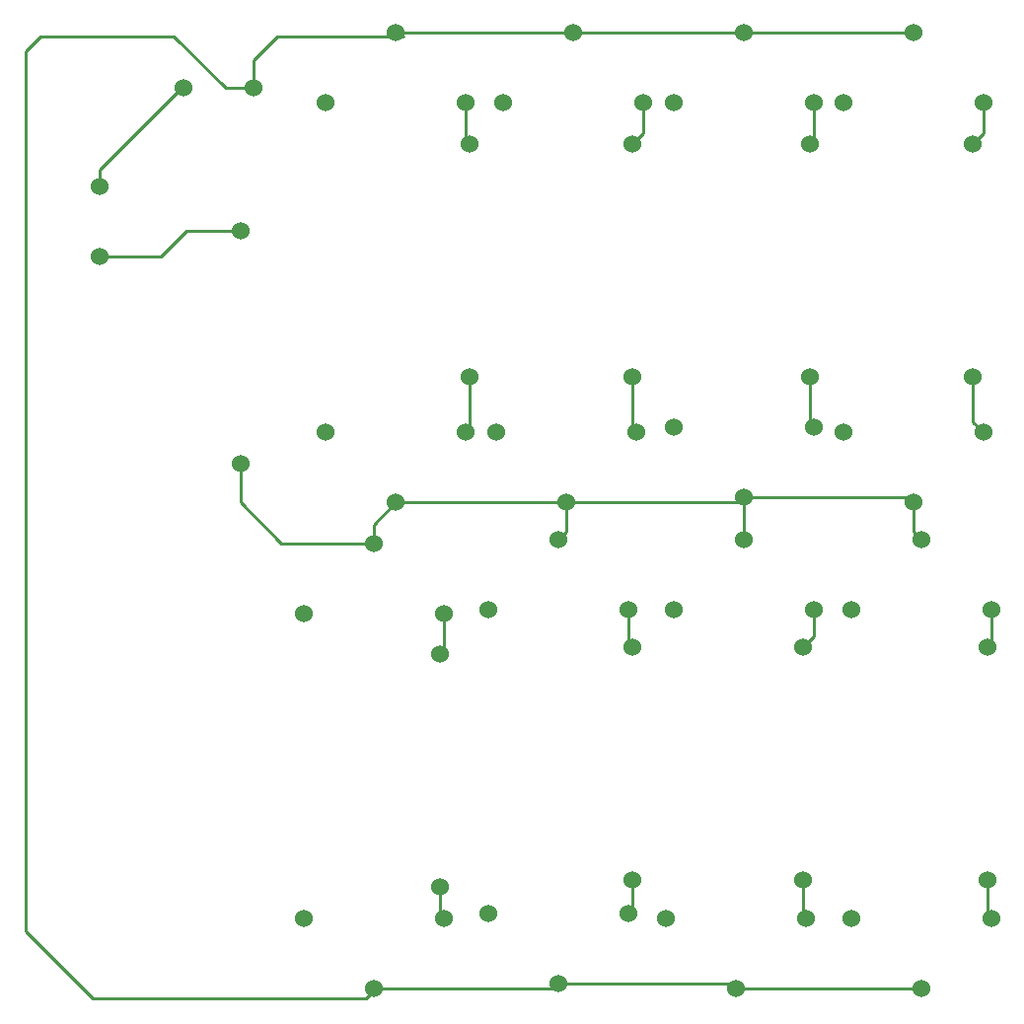
<source format=gbr>
%TF.GenerationSoftware,KiCad,Pcbnew,(6.0.7)*%
%TF.CreationDate,2022-09-05T15:10:35+08:00*%
%TF.ProjectId,6_6,365f362e-6b69-4636-9164-5f7063625858,rev?*%
%TF.SameCoordinates,Original*%
%TF.FileFunction,Copper,L1,Top*%
%TF.FilePolarity,Positive*%
%FSLAX46Y46*%
G04 Gerber Fmt 4.6, Leading zero omitted, Abs format (unit mm)*
G04 Created by KiCad (PCBNEW (6.0.7)) date 2022-09-05 15:10:35*
%MOMM*%
%LPD*%
G01*
G04 APERTURE LIST*
%TA.AperFunction,ComponentPad*%
%ADD10C,1.524000*%
%TD*%
%TA.AperFunction,Conductor*%
%ADD11C,0.250000*%
%TD*%
G04 APERTURE END LIST*
D10*
%TO.P,U2,1,Com*%
%TO.N,Net-(U1-Pad2)*%
X46990000Y-15590000D03*
%TO.P,U2,2,NC*%
%TO.N,unconnected-(U2-Pad2)*%
X40990000Y-21590000D03*
%TO.P,U2,3,NO*%
%TO.N,Net-(U2-Pad3)*%
X52990000Y-21590000D03*
%TD*%
%TO.P,U17,1,Com*%
%TO.N,Net-(U3-Pad1)*%
X92075000Y-59055000D03*
%TO.P,U17,2,NC*%
%TO.N,unconnected-(U17-Pad2)*%
X86075000Y-65055000D03*
%TO.P,U17,3,NO*%
%TO.N,Net-(U17-Pad3)*%
X98075000Y-65055000D03*
%TD*%
%TO.P,R7,1*%
%TO.N,Net-(U12-Pad3)*%
X67310000Y-88280000D03*
%TO.P,R7,2*%
%TO.N,Net-(U13-Pad3)*%
X67310000Y-68280000D03*
%TD*%
%TO.P,R3,1*%
%TO.N,Net-(R3-Pad1)*%
X67310000Y-25100000D03*
%TO.P,R3,2*%
%TO.N,Net-(R3-Pad2)*%
X67310000Y-45100000D03*
%TD*%
%TO.P,U11,1,Com*%
%TO.N,Net-(U3-Pad1)*%
X45085000Y-59405000D03*
%TO.P,U11,2,NC*%
%TO.N,unconnected-(U11-Pad2)*%
X39085000Y-65405000D03*
%TO.P,U11,3,NO*%
%TO.N,Net-(R6-Pad2)*%
X51085000Y-65405000D03*
%TD*%
%TO.P,U6,1,Com*%
%TO.N,Net-(U1-Pad2)*%
X76835000Y-15590000D03*
%TO.P,U6,2,NC*%
%TO.N,unconnected-(U6-Pad2)*%
X70835000Y-21590000D03*
%TO.P,U6,3,NO*%
%TO.N,Net-(U6-Pad3)*%
X82835000Y-21590000D03*
%TD*%
%TO.P,U15,1,Com*%
%TO.N,Net-(U3-Pad1)*%
X76835000Y-59055000D03*
%TO.P,U15,2,NC*%
%TO.N,unconnected-(U15-Pad2)*%
X70835000Y-65055000D03*
%TO.P,U15,3,NO*%
%TO.N,Net-(U15-Pad3)*%
X82835000Y-65055000D03*
%TD*%
%TO.P,R4,1*%
%TO.N,Net-(U6-Pad3)*%
X82550000Y-25100000D03*
%TO.P,R4,2*%
%TO.N,Net-(U7-Pad3)*%
X82550000Y-45100000D03*
%TD*%
%TO.P,U1,1,+*%
%TO.N,Net-(U1-Pad1)*%
X28750000Y-20320000D03*
%TO.P,U1,2,-*%
%TO.N,Net-(U1-Pad2)*%
X34750000Y-20320000D03*
%TD*%
%TO.P,R6,1*%
%TO.N,Net-(U10-Pad3)*%
X50800000Y-88915000D03*
%TO.P,R6,2*%
%TO.N,Net-(R6-Pad2)*%
X50800000Y-68915000D03*
%TD*%
%TO.P,U4,1,Com*%
%TO.N,Net-(U1-Pad2)*%
X62230000Y-15590000D03*
%TO.P,U4,2,NC*%
%TO.N,unconnected-(U4-Pad2)*%
X56230000Y-21590000D03*
%TO.P,U4,3,NO*%
%TO.N,Net-(R3-Pad1)*%
X68230000Y-21590000D03*
%TD*%
%TO.P,R5,1*%
%TO.N,Net-(U8-Pad3)*%
X96520000Y-25100000D03*
%TO.P,R5,2*%
%TO.N,Net-(U9-Pad3)*%
X96520000Y-45100000D03*
%TD*%
%TO.P,V1,1,+*%
%TO.N,Net-(U1-Pad1)*%
X21590000Y-28750000D03*
%TO.P,V1,2,-*%
%TO.N,Net-(V1-Pad2)*%
X21590000Y-34750000D03*
%TD*%
%TO.P,R8,1*%
%TO.N,Net-(R8-Pad1)*%
X81915000Y-88280000D03*
%TO.P,R8,2*%
%TO.N,Net-(U15-Pad3)*%
X81915000Y-68280000D03*
%TD*%
%TO.P,R2,1*%
%TO.N,Net-(U2-Pad3)*%
X53340000Y-25100000D03*
%TO.P,R2,2*%
%TO.N,Net-(U3-Pad3)*%
X53340000Y-45100000D03*
%TD*%
%TO.P,R9,1*%
%TO.N,Net-(R9-Pad1)*%
X97790000Y-88280000D03*
%TO.P,R9,2*%
%TO.N,Net-(U17-Pad3)*%
X97790000Y-68280000D03*
%TD*%
%TO.P,U13,1,Com*%
%TO.N,Net-(U3-Pad1)*%
X60960000Y-59055000D03*
%TO.P,U13,2,NC*%
%TO.N,unconnected-(U13-Pad2)*%
X54960000Y-65055000D03*
%TO.P,U13,3,NO*%
%TO.N,Net-(U13-Pad3)*%
X66960000Y-65055000D03*
%TD*%
%TO.P,R1,1*%
%TO.N,Net-(V1-Pad2)*%
X33655000Y-32545000D03*
%TO.P,R1,2*%
%TO.N,Net-(U3-Pad1)*%
X33655000Y-52545000D03*
%TD*%
%TO.P,U8,1,Com*%
%TO.N,Net-(U1-Pad2)*%
X91440000Y-15590000D03*
%TO.P,U8,2,NC*%
%TO.N,unconnected-(U8-Pad2)*%
X85440000Y-21590000D03*
%TO.P,U8,3,NO*%
%TO.N,Net-(U8-Pad3)*%
X97440000Y-21590000D03*
%TD*%
%TO.P,U14,1,Com*%
%TO.N,Net-(U1-Pad2)*%
X76200000Y-97615000D03*
%TO.P,U14,2,NC*%
%TO.N,unconnected-(U14-Pad2)*%
X70200000Y-91615000D03*
%TO.P,U14,3,NO*%
%TO.N,Net-(R8-Pad1)*%
X82200000Y-91615000D03*
%TD*%
%TO.P,U5,1,Com*%
%TO.N,Net-(U3-Pad1)*%
X61595000Y-55880000D03*
%TO.P,U5,2,NC*%
%TO.N,unconnected-(U5-Pad2)*%
X55595000Y-49880000D03*
%TO.P,U5,3,NO*%
%TO.N,Net-(R3-Pad2)*%
X67595000Y-49880000D03*
%TD*%
%TO.P,U9,1,Com*%
%TO.N,Net-(U3-Pad1)*%
X91440000Y-55880000D03*
%TO.P,U9,2,NC*%
%TO.N,unconnected-(U9-Pad2)*%
X85440000Y-49880000D03*
%TO.P,U9,3,NO*%
%TO.N,Net-(U9-Pad3)*%
X97440000Y-49880000D03*
%TD*%
%TO.P,U12,1,Com*%
%TO.N,Net-(U1-Pad2)*%
X60960000Y-97155000D03*
%TO.P,U12,2,NC*%
%TO.N,unconnected-(U12-Pad2)*%
X54960000Y-91155000D03*
%TO.P,U12,3,NO*%
%TO.N,Net-(U12-Pad3)*%
X66960000Y-91155000D03*
%TD*%
%TO.P,U7,1,Com*%
%TO.N,Net-(U3-Pad1)*%
X76835000Y-55420000D03*
%TO.P,U7,2,NC*%
%TO.N,unconnected-(U7-Pad2)*%
X70835000Y-49420000D03*
%TO.P,U7,3,NO*%
%TO.N,Net-(U7-Pad3)*%
X82835000Y-49420000D03*
%TD*%
%TO.P,U10,1,Com*%
%TO.N,Net-(U1-Pad2)*%
X45085000Y-97615000D03*
%TO.P,U10,2,NC*%
%TO.N,unconnected-(U10-Pad2)*%
X39085000Y-91615000D03*
%TO.P,U10,3,NO*%
%TO.N,Net-(U10-Pad3)*%
X51085000Y-91615000D03*
%TD*%
%TO.P,U3,1,Com*%
%TO.N,Net-(U3-Pad1)*%
X46990000Y-55880000D03*
%TO.P,U3,2,NC*%
%TO.N,unconnected-(U3-Pad2)*%
X40990000Y-49880000D03*
%TO.P,U3,3,NO*%
%TO.N,Net-(U3-Pad3)*%
X52990000Y-49880000D03*
%TD*%
%TO.P,U16,1,Com*%
%TO.N,Net-(U1-Pad2)*%
X92075000Y-97615000D03*
%TO.P,U16,2,NC*%
%TO.N,unconnected-(U16-Pad2)*%
X86075000Y-91615000D03*
%TO.P,U16,3,NO*%
%TO.N,Net-(R9-Pad1)*%
X98075000Y-91615000D03*
%TD*%
D11*
%TO.N,Net-(V1-Pad2)*%
X26845000Y-34750000D02*
X29050000Y-32545000D01*
X29050000Y-32545000D02*
X33655000Y-32545000D01*
X21590000Y-34750000D02*
X26845000Y-34750000D01*
%TO.N,Net-(U3-Pad1)*%
X45085000Y-57785000D02*
X46990000Y-55880000D01*
X33655000Y-55880000D02*
X37180000Y-59405000D01*
X46990000Y-55880000D02*
X61595000Y-55880000D01*
X76835000Y-55420000D02*
X90980000Y-55420000D01*
X76835000Y-55420000D02*
X76835000Y-59055000D01*
X61595000Y-55880000D02*
X61595000Y-58420000D01*
X61595000Y-58420000D02*
X60960000Y-59055000D01*
X90980000Y-55420000D02*
X91440000Y-55880000D01*
X91440000Y-55880000D02*
X91440000Y-58420000D01*
X37180000Y-59405000D02*
X45085000Y-59405000D01*
X33655000Y-52545000D02*
X33655000Y-55880000D01*
X61595000Y-55880000D02*
X76375000Y-55880000D01*
X91440000Y-58420000D02*
X92075000Y-59055000D01*
X76375000Y-55880000D02*
X76835000Y-55420000D01*
X45085000Y-59405000D02*
X45085000Y-57785000D01*
%TO.N,Net-(U2-Pad3)*%
X52990000Y-21590000D02*
X52990000Y-24750000D01*
X52990000Y-24750000D02*
X53340000Y-25100000D01*
%TO.N,Net-(U3-Pad3)*%
X53340000Y-45100000D02*
X53340000Y-49530000D01*
X53340000Y-49530000D02*
X52990000Y-49880000D01*
%TO.N,Net-(R3-Pad1)*%
X68230000Y-21590000D02*
X68230000Y-24180000D01*
X68230000Y-24180000D02*
X67310000Y-25100000D01*
%TO.N,Net-(R3-Pad2)*%
X67310000Y-49595000D02*
X67595000Y-49880000D01*
X67310000Y-45100000D02*
X67310000Y-49595000D01*
%TO.N,Net-(U6-Pad3)*%
X82835000Y-24815000D02*
X82550000Y-25100000D01*
X82835000Y-21590000D02*
X82835000Y-24815000D01*
%TO.N,Net-(U7-Pad3)*%
X82550000Y-49135000D02*
X82835000Y-49420000D01*
X82550000Y-45100000D02*
X82550000Y-49135000D01*
%TO.N,Net-(U8-Pad3)*%
X97440000Y-24180000D02*
X96520000Y-25100000D01*
X97440000Y-21590000D02*
X97440000Y-24180000D01*
%TO.N,Net-(U9-Pad3)*%
X96520000Y-48960000D02*
X97440000Y-49880000D01*
X96520000Y-45100000D02*
X96520000Y-48960000D01*
%TO.N,Net-(U10-Pad3)*%
X50800000Y-91330000D02*
X51085000Y-91615000D01*
X50800000Y-88915000D02*
X50800000Y-91330000D01*
%TO.N,Net-(R6-Pad2)*%
X51085000Y-65405000D02*
X51085000Y-68630000D01*
X51085000Y-68630000D02*
X50800000Y-68915000D01*
%TO.N,Net-(U12-Pad3)*%
X67310000Y-90805000D02*
X66960000Y-91155000D01*
X67310000Y-88280000D02*
X67310000Y-90805000D01*
%TO.N,Net-(U13-Pad3)*%
X66960000Y-65055000D02*
X66960000Y-67930000D01*
X66960000Y-67930000D02*
X67310000Y-68280000D01*
%TO.N,Net-(R8-Pad1)*%
X81915000Y-91330000D02*
X82200000Y-91615000D01*
X81915000Y-88280000D02*
X81915000Y-91330000D01*
%TO.N,Net-(U15-Pad3)*%
X82835000Y-67360000D02*
X81915000Y-68280000D01*
X82835000Y-65055000D02*
X82835000Y-67360000D01*
%TO.N,Net-(R9-Pad1)*%
X97790000Y-88280000D02*
X97790000Y-91330000D01*
X97790000Y-91330000D02*
X98075000Y-91615000D01*
%TO.N,Net-(U17-Pad3)*%
X98075000Y-65055000D02*
X98075000Y-67995000D01*
X98075000Y-67995000D02*
X97790000Y-68280000D01*
%TO.N,Net-(U1-Pad1)*%
X21590000Y-27305000D02*
X28575000Y-20320000D01*
X21590000Y-28750000D02*
X21590000Y-27305000D01*
X28575000Y-20320000D02*
X28750000Y-20320000D01*
%TO.N,Net-(U1-Pad2)*%
X15240000Y-17145000D02*
X15240000Y-92710000D01*
X46990000Y-15590000D02*
X62230000Y-15590000D01*
X76200000Y-97615000D02*
X92075000Y-97615000D01*
X27940000Y-15875000D02*
X16510000Y-15875000D01*
X60960000Y-97155000D02*
X75740000Y-97155000D01*
X47340000Y-15590000D02*
X46990000Y-15590000D01*
X75740000Y-97155000D02*
X76200000Y-97615000D01*
X62230000Y-15590000D02*
X76835000Y-15590000D01*
X45085000Y-97615000D02*
X60500000Y-97615000D01*
X32385000Y-20320000D02*
X27940000Y-15875000D01*
X45085000Y-97790000D02*
X45085000Y-97615000D01*
X36830000Y-15875000D02*
X47625000Y-15875000D01*
X34750000Y-20320000D02*
X32385000Y-20320000D01*
X34750000Y-17955000D02*
X36830000Y-15875000D01*
X47625000Y-15875000D02*
X47340000Y-15590000D01*
X44450000Y-98425000D02*
X45085000Y-97790000D01*
X76835000Y-15590000D02*
X91440000Y-15590000D01*
X15240000Y-92710000D02*
X20955000Y-98425000D01*
X34750000Y-20320000D02*
X34750000Y-17955000D01*
X20955000Y-98425000D02*
X44450000Y-98425000D01*
X16510000Y-15875000D02*
X15240000Y-17145000D01*
%TD*%
M02*

</source>
